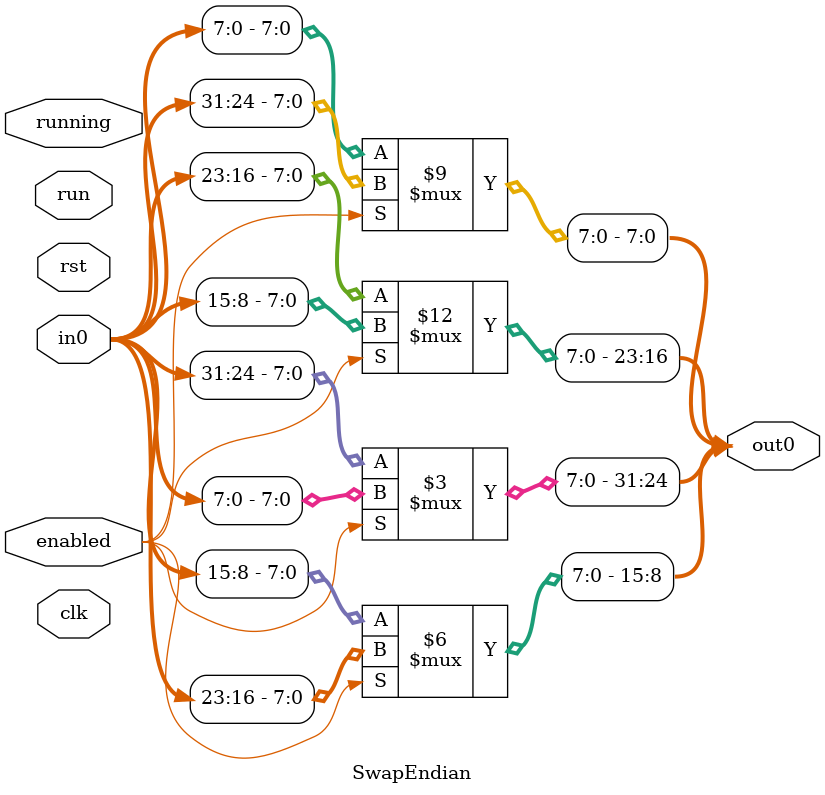
<source format=v>
`timescale 1ns / 1ps

module SwapEndian #(
   parameter DATA_W = 32
) (
   //control
   input clk,
   input rst,

   input running,
   input run,

   (* versat_latency = 0 *) input [DATA_W-1:0] in0,

   //input / output data
   (* versat_latency = 0 *) output reg [DATA_W-1:0] out0,

   input enabled
);

   always @* begin
      out0 = in0;
      if (enabled) begin
         out0[0+:8]  = in0[24+:8];
         out0[8+:8]  = in0[16+:8];
         out0[16+:8] = in0[8+:8];
         out0[24+:8] = in0[0+:8];
      end
   end

endmodule

</source>
